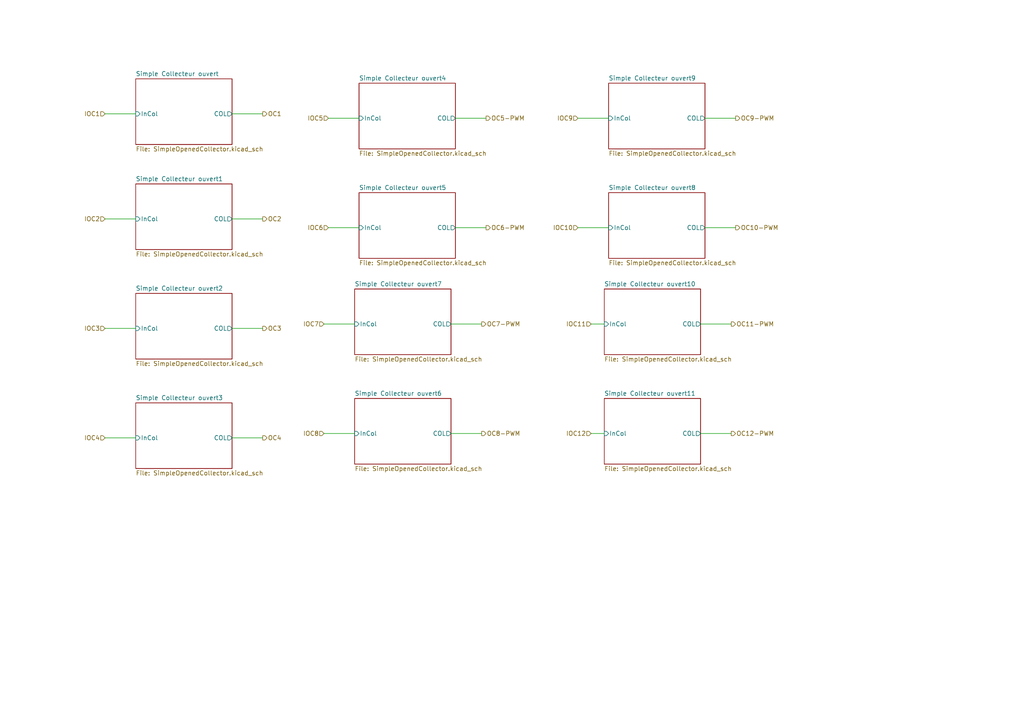
<source format=kicad_sch>
(kicad_sch (version 20211123) (generator eeschema)
  (paper "A4")
  (lib_symbols)
  (wire (pts (xy 67.31 127) (xy 76.2 127)))
  (wire (pts (xy 167.64 66.04) (xy 176.53 66.04)))
  (wire (pts (xy 130.81 93.98) (xy 139.7 93.98)))
  (wire (pts (xy 30.48 127) (xy 39.37 127)))
  (wire (pts (xy 167.64 34.29) (xy 176.53 34.29)))
  (wire (pts (xy 93.98 93.98) (xy 102.87 93.98)))
  (wire (pts (xy 204.47 66.04) (xy 213.36 66.04)))
  (wire (pts (xy 95.25 66.04) (xy 104.14 66.04)))
  (wire (pts (xy 203.2 93.98) (xy 212.09 93.98)))
  (wire (pts (xy 93.98 125.73) (xy 102.87 125.73)))
  (wire (pts (xy 67.31 95.25) (xy 76.2 95.25)))
  (wire (pts (xy 67.31 33.02) (xy 76.2 33.02)))
  (wire (pts (xy 171.45 93.98) (xy 175.26 93.98)))
  (wire (pts (xy 130.81 125.73) (xy 139.7 125.73)))
  (wire (pts (xy 67.31 63.5) (xy 76.2 63.5)))
  (wire (pts (xy 171.45 125.73) (xy 175.26 125.73)))
  (wire (pts (xy 30.48 95.25) (xy 39.37 95.25)))
  (wire (pts (xy 203.2 125.73) (xy 212.09 125.73)))
  (wire (pts (xy 132.08 34.29) (xy 140.97 34.29)))
  (wire (pts (xy 204.47 34.29) (xy 213.36 34.29)))
  (wire (pts (xy 30.48 63.5) (xy 39.37 63.5)))
  (wire (pts (xy 132.08 66.04) (xy 140.97 66.04)))
  (wire (pts (xy 95.25 34.29) (xy 104.14 34.29)))
  (wire (pts (xy 30.48 33.02) (xy 39.37 33.02)))
  (hierarchical_label "IOC10" (shape input) (at 167.64 66.04 180))
  (hierarchical_label "OC5-PWM" (shape output) (at 140.97 34.29 0))
  (hierarchical_label "OC10-PWM" (shape output) (at 213.36 66.04 0))
  (hierarchical_label "IOC12" (shape input) (at 171.45 125.73 180))
  (hierarchical_label "OC9-PWM" (shape output) (at 213.36 34.29 0))
  (hierarchical_label "IOC4" (shape input) (at 30.48 127 180))
  (hierarchical_label "OC12-PWM" (shape output) (at 212.09 125.73 0))
  (hierarchical_label "IOC11" (shape input) (at 171.45 93.98 180))
  (hierarchical_label "OC4" (shape output) (at 76.2 127 0))
  (hierarchical_label "OC2" (shape output) (at 76.2 63.5 0))
  (hierarchical_label "IOC1" (shape input) (at 30.48 33.02 180))
  (hierarchical_label "OC3" (shape output) (at 76.2 95.25 0))
  (hierarchical_label "OC7-PWM" (shape output) (at 139.7 93.98 0))
  (hierarchical_label "IOC9" (shape input) (at 167.64 34.29 180))
  (hierarchical_label "OC6-PWM" (shape output) (at 140.97 66.04 0))
  (hierarchical_label "IOC5" (shape input) (at 95.25 34.29 180))
  (hierarchical_label "OC1" (shape output) (at 76.2 33.02 0))
  (hierarchical_label "IOC8" (shape input) (at 93.98 125.73 180))
  (hierarchical_label "IOC2" (shape input) (at 30.48 63.5 180))
  (hierarchical_label "IOC7" (shape input) (at 93.98 93.98 180))
  (hierarchical_label "OC8-PWM" (shape output) (at 139.7 125.73 0))
  (hierarchical_label "OC11-PWM" (shape output) (at 212.09 93.98 0))
  (hierarchical_label "IOC6" (shape input) (at 95.25 66.04 180))
  (hierarchical_label "IOC3" (shape input) (at 30.48 95.25 180))
  (sheet (at 104.14 55.88) (size 27.94 19.05) (stroke (width 0.1524))
    (property "Sheet name" "Simple Collecteur ouvert5" (at 104.14 55.1684 0) (effects (justify left bottom)))
    (property "Sheet file" "SimpleOpenedCollector.kicad_sch" (at 104.14 75.5146 0) (effects (justify left top)))
    (pin "InCol" input (at 104.14 66.04 180))
    (pin "COL" output (at 132.08 66.04 0))
  )
  (sheet (at 102.87 115.57) (size 27.94 19.05) (stroke (width 0.1524))
    (property "Sheet name" "Simple Collecteur ouvert6" (at 102.87 114.8584 0) (effects (justify left bottom)))
    (property "Sheet file" "SimpleOpenedCollector.kicad_sch" (at 102.87 135.2046 0) (effects (justify left top)))
    (pin "InCol" input (at 102.87 125.73 180))
    (pin "COL" output (at 130.81 125.73 0))
  )
  (sheet (at 39.37 53.34) (size 27.94 19.05) (stroke (width 0.1524))
    (property "Sheet name" "Simple Collecteur ouvert1" (at 39.37 52.6284 0) (effects (justify left bottom)))
    (property "Sheet file" "SimpleOpenedCollector.kicad_sch" (at 39.37 72.9746 0) (effects (justify left top)))
    (pin "InCol" input (at 39.37 63.5 180))
    (pin "COL" output (at 67.31 63.5 0))
  )
  (sheet (at 39.37 85.09) (size 27.94 19.05) (stroke (width 0.1524))
    (property "Sheet name" "Simple Collecteur ouvert2" (at 39.37 84.3784 0) (effects (justify left bottom)))
    (property "Sheet file" "SimpleOpenedCollector.kicad_sch" (at 39.37 104.7246 0) (effects (justify left top)))
    (pin "InCol" input (at 39.37 95.25 180))
    (pin "COL" output (at 67.31 95.25 0))
  )
  (sheet (at 175.26 115.57) (size 27.94 19.05) (stroke (width 0.1524))
    (property "Sheet name" "Simple Collecteur ouvert11" (at 175.26 114.8584 0) (effects (justify left bottom)))
    (property "Sheet file" "SimpleOpenedCollector.kicad_sch" (at 175.26 135.2046 0) (effects (justify left top)))
    (pin "InCol" input (at 175.26 125.73 180))
    (pin "COL" output (at 203.2 125.73 0))
  )
  (sheet (at 176.53 55.88) (size 27.94 19.05) (stroke (width 0.1524))
    (property "Sheet name" "Simple Collecteur ouvert8" (at 176.53 55.1684 0) (effects (justify left bottom)))
    (property "Sheet file" "SimpleOpenedCollector.kicad_sch" (at 176.53 75.5146 0) (effects (justify left top)))
    (pin "InCol" input (at 176.53 66.04 180))
    (pin "COL" output (at 204.47 66.04 0))
  )
  (sheet (at 104.14 24.13) (size 27.94 19.05) (stroke (width 0.1524))
    (property "Sheet name" "Simple Collecteur ouvert4" (at 104.14 23.4184 0) (effects (justify left bottom)))
    (property "Sheet file" "SimpleOpenedCollector.kicad_sch" (at 104.14 43.7646 0) (effects (justify left top)))
    (pin "InCol" input (at 104.14 34.29 180))
    (pin "COL" output (at 132.08 34.29 0))
  )
  (sheet (at 175.26 83.82) (size 27.94 19.05) (stroke (width 0.1524))
    (property "Sheet name" "Simple Collecteur ouvert10" (at 175.26 83.1084 0) (effects (justify left bottom)))
    (property "Sheet file" "SimpleOpenedCollector.kicad_sch" (at 175.26 103.4546 0) (effects (justify left top)))
    (pin "InCol" input (at 175.26 93.98 180))
    (pin "COL" output (at 203.2 93.98 0))
  )
  (sheet (at 39.37 22.86) (size 27.94 19.05) (stroke (width 0.1524))
    (property "Sheet name" "Simple Collecteur ouvert" (at 39.37 22.1484 0) (effects (justify left bottom)))
    (property "Sheet file" "SimpleOpenedCollector.kicad_sch" (at 39.37 42.4946 0) (effects (justify left top)))
    (pin "InCol" input (at 39.37 33.02 180))
    (pin "COL" output (at 67.31 33.02 0))
  )
  (sheet (at 176.53 24.13) (size 27.94 19.05) (stroke (width 0.1524))
    (property "Sheet name" "Simple Collecteur ouvert9" (at 176.53 23.4184 0) (effects (justify left bottom)))
    (property "Sheet file" "SimpleOpenedCollector.kicad_sch" (at 176.53 43.7646 0) (effects (justify left top)))
    (pin "InCol" input (at 176.53 34.29 180))
    (pin "COL" output (at 204.47 34.29 0))
  )
  (sheet (at 39.37 116.84) (size 27.94 19.05) (stroke (width 0.1524))
    (property "Sheet name" "Simple Collecteur ouvert3" (at 39.37 116.1284 0) (effects (justify left bottom)))
    (property "Sheet file" "SimpleOpenedCollector.kicad_sch" (at 39.37 136.4746 0) (effects (justify left top)))
    (pin "InCol" input (at 39.37 127 180))
    (pin "COL" output (at 67.31 127 0))
  )
  (sheet (at 102.87 83.82) (size 27.94 19.05) (stroke (width 0.1524))
    (property "Sheet name" "Simple Collecteur ouvert7" (at 102.87 83.1084 0) (effects (justify left bottom)))
    (property "Sheet file" "SimpleOpenedCollector.kicad_sch" (at 102.87 103.4546 0) (effects (justify left top)))
    (pin "InCol" input (at 102.87 93.98 180))
    (pin "COL" output (at 130.81 93.98 0))
  )
)
</source>
